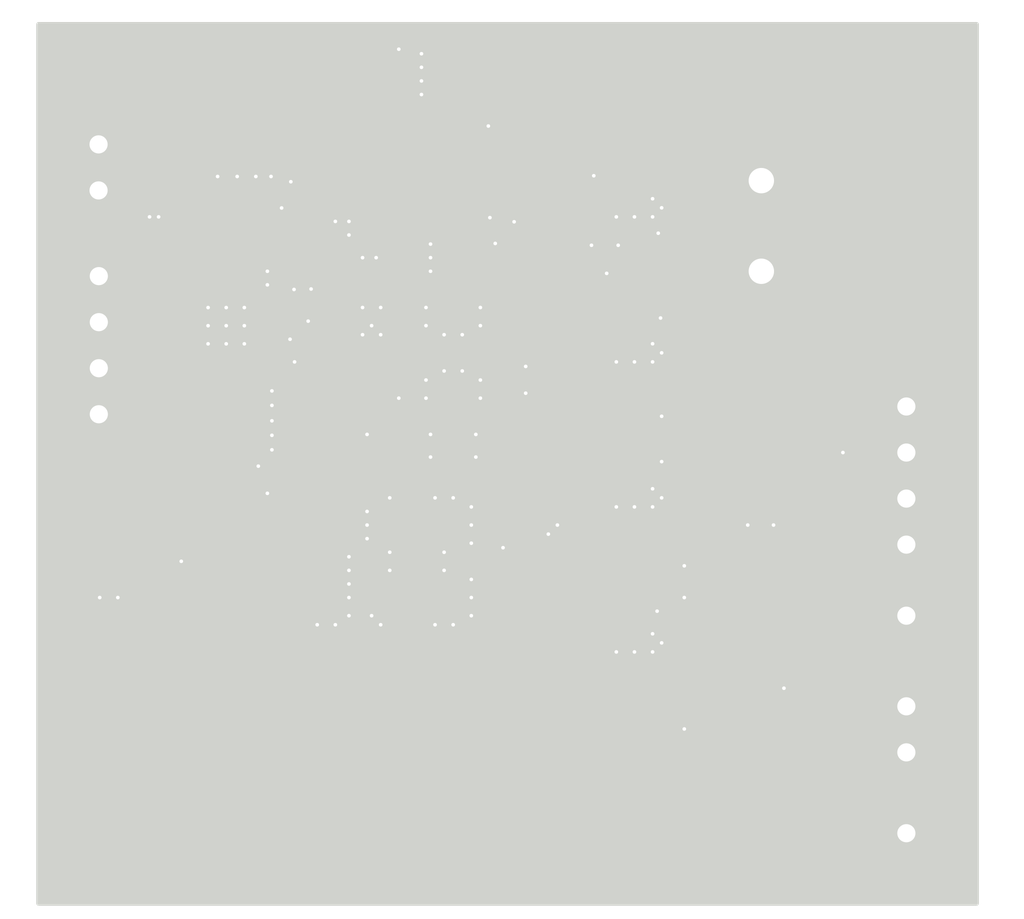
<source format=kicad_pcb>
(kicad_pcb (version 20240108) (generator "pcbnew") (generator_version "8.0")
  (layers (0 "F.Cu" signal) (1 "In1.Cu" signal) (2 "In2.Cu" signal) (31 "B.Cu" signal) (34 "B.Paste" user) (35 "F.Paste" user) (36 "B.SilkS" user "B.Silkscreen") (37 "F.SilkS" user "F.Silkscreen") (38 "B.Mask" user) (39 "F.Mask" user) (44 "Edge.Cuts" user))
  (net 0 "")
  (net 1 "Net-(IC1-5V_OUT)")
  (net 2 "GND")
  (net 3 "VM")
  (net 4 "Net-(IC1-VHS)")
  (net 5 "VCC_IO")
  (net 6 "Net-(D1-A)")
  (net 7 "HB2")
  (net 8 "A1")
  (net 10 "LA1")
  (net 12 "Net-(IC1-DIR)")
  (net 13 "SG_TEST")
  (net 14 "CLK16")
  (net 15 "Net-(IC1-STEP)")
  (net 16 "Net-(IC1-SRB)")
  (net 17 "LB2")
  (net 18 "HB1")
  (net 20 "LA2")
  (net 21 "A2")
  (net 23 "B2")
  (net 24 "Net-(IC1-SRA)")
  (net 26 "B1")
  (net 27 "HA2")
  (net 28 "HA1")
  (net 29 "LB1")
  (net 30 "DRV_EN")
  (net 31 "SRA")
  (net 32 "SRB")
  (footprint "Resistor_SMD:R_0402_1005Metric" (layer "F.Cu") (at 110 100.51 90)
    (property "Reference" "R3")
    (property "Value" "RCA04021K00JNED")
  )
  (footprint "Connector_Phoenix_MSTB:PhoenixContact_MSTBA_2,5_2-G_1x02_P5.00mm_Horizontal" (layer "F.Cu") (at 143 85 90)
    (property "Reference" "P9")
    (property "Value" "VM")
  )
  (footprint "Capacitor_SMD:C_1206_3216Metric" (layer "F.Cu") (at 124 99)
    (property "Reference" "C8")
    (property "Value" "GMJ316BB7106KLHT")
  )
  (footprint "Custom_Library:SOT127P600X175-8N" (layer "F.Cu") (at 133 103 180)
    (property "Reference" "Q3")
    (property "Value" "SI4532CDY-T1-GE3" (hide yes))
  )
  (footprint "Resistor_SMD:R_2512_6332Metric" (layer "F.Cu") (at 116.125 102.25)
    (property "Reference" "R5")
    (property "Value" "VISHAY SHUNT")
  )
  (footprint "Connector_PinHeader_2.54mm:PinHeader_1x02_P2.54mm_Vertical" (layer "F.Cu") (at 106.4375 78)
    (property "Reference" "P8")
    (property "Value" "VCC_IO")
  )
  (footprint "Custom_Library:SOT127P600X175-8N" (layer "F.Cu") (at 133 95 180)
    (property "Reference" "Q4")
    (property "Value" "SI4532CDY-T1-GE3" (hide yes))
  )
  (footprint "Custom_Library:SOT127P600X175-8N" (layer "F.Cu") (at 133 79 180)
    (property "Reference" "Q1")
    (property "Value" "SI4532CDY-T1-GE3" (hide yes))
  )
  (footprint "Connector_PinHeader_2.54mm:PinHeader_1x02_P2.54mm_Vertical" (layer "F.Cu") (at 151 109)
    (property "Reference" "P2")
    (property "Value" "STEP/DIR")
  )
  (footprint "LED_SMD:LED_0805_2012Metric" (layer "F.Cu") (at 107 101 90)
    (property "Reference" "D1")
    (property "Value" "KB_EELP41.12-P1R2-36-3X4X-5-R18")
  )
  (footprint "Capacitor_SMD:C_1206_3216Metric" (layer "F.Cu") (at 126 93 90)
    (property "Reference" "C6")
    (property "Value" "GMJ316BB7106KLHT")
  )
  (footprint "Capacitor_SMD:C_0402_1005Metric" (layer "F.Cu") (at 109.474 83.2104 -90)
    (property "Reference" "C2")
    (property "Value" "CGA2B1X7S1C474K050BE")
  )
  (footprint "Connector_PinHeader_2.54mm:PinHeader_1x04_P2.54mm_Vertical" (layer "F.Cu") (at 106.4514 92.8878 180)
    (property "Reference" "P3")
    (property "Value" "MISC")
  )
  (footprint "Capacitor_SMD:C_0402_1005Metric" (layer "F.Cu") (at 121.4375 85.52 -90)
    (property "Reference" "C4")
    (property "Value" "04025C104MAT2A")
  )
  (footprint "Resistor_SMD:R_0603_1608Metric" (layer "F.Cu") (at 111.6838 76.327 90)
    (property "Reference" "R1")
    (property "Value" "ERJ-3EKF10R0V")
  )
  (footprint "Connector_PinHeader_2.54mm:PinHeader_1x04_P2.54mm_Vertical" (layer "F.Cu") (at 151 92.46)
    (property "Reference" "P10")
    (property "Value" "MAB")
  )
  (footprint "Connector_PinHeader_2.54mm:PinHeader_1x01_P2.54mm_Vertical" (layer "F.Cu") (at 151 116)
    (property "Reference" "P5")
    (property "Value" "Conn_01x01")
  )
  (footprint "Capacitor_SMD:C_0402_1005Metric" (layer "F.Cu") (at 119 83 180)
    (property "Reference" "C3")
    (property "Value" "0402X7R104KT7AT")
  )
  (footprint "Capacitor_SMD:C_0603_1608Metric" (layer "F.Cu") (at 121.4375 90.225 -90)
    (property "Reference" "C1")
    (property "Value" "C0603X224K4RACAUTO")
  )
  (footprint "Capacitor_SMD:C_1206_3216Metric" (layer "F.Cu") (at 124 103)
    (property "Reference" "C7")
    (property "Value" "GMJ316BB7106KLHT")
  )
  (footprint "Connector_PinHeader_2.54mm:PinHeader_1x01_P2.54mm_Vertical" (layer "F.Cu") (at 151 104)
    (property "Reference" "P4")
    (property "Value" "Conn_01x01")
  )
  (footprint "Capacitor_SMD:C_1206_3216Metric" (layer "F.Cu") (at 126 86 -90)
    (property "Reference" "C5")
    (property "Value" "GMJ316BB7106KLHT")
  )
  (footprint "Resistor_SMD:R_0603_1608Metric" (layer "F.Cu") (at 113 98 -90)
    (property "Reference" "R2")
    (property "Value" "ERJ-3EKF10R0V")
  )
  (footprint "Package_DFN_QFN:QFN-32-1EP_5x5mm_P0.5mm_EP3.3x3.3mm_ThermalVias" (layer "F.Cu") (at 113.4792 88.003 -90)
    (property "Reference" "IC1")
    (property "Value" "~")
  )
  (footprint "Custom_Library:SOT127P600X175-8N" (layer "F.Cu") (at 133 87 180)
    (property "Reference" "Q2")
    (property "Value" "SI4532CDY-T1-GE3" (hide yes))
  )
  (footprint "Resistor_SMD:R_2512_6332Metric" (layer "F.Cu") (at 120 74.75)
    (property "Reference" "R4")
    (property "Value" "VISHAY SHUNT")
  )
  (segment (start 109.474 84.6853) (end 111.0417 86.253) (width 0.2) (layer "F.Cu") (net 1))
  (segment (start 109.474 83.6904) (end 109.474 84.6853) (width 0.2) (layer "F.Cu") (net 1))
  (segment (start 111.0417 88.253) (end 112.2292 88.253) (width 0.2) (layer "F.Cu") (net 2))
  (segment (start 142.9 81.75) (end 142.9 81.1) (width 0.254) (layer "F.Cu") (net 2))
  (segment (start 142.9 81.1) (end 143 81) (width 0.254) (layer "F.Cu") (net 2))
  (segment (start 115.9167 88.253) (end 114.7292 88.253) (width 0.2) (layer "F.Cu") (net 2))
  (segment (start 112.2292 88.253) (end 112.4792 88.003) (width 0.2) (layer "F.Cu") (net 2))
  (segment (start 114.7292 88.253) (end 114.4792 88.003) (width 0.2) (layer "F.Cu") (net 2))
  (via (at 121.25 99.75) (size 0.45) (drill 0.2) (layers "F.Cu" "B.Cu") (net 2))
  (via (at 122.5 100.5) (size 0.45) (drill 0.2) (layers "F.Cu" "B.Cu") (net 2))
  (via (at 107.5 103) (size 0.45) (drill 0.2) (layers "F.Cu" "B.Cu") (net 2))
  (via (at 120.25 82.25) (size 0.45) (drill 0.2) (layers "F.Cu" "B.Cu") (net 2))
  (via (at 121.75 84.25) (size 0.45) (drill 0.2) (layers "F.Cu" "B.Cu") (net 2))
  (via (at 124.75 84.25) (size 0.45) (drill 0.2) (layers "F.Cu" "B.Cu") (net 2))
  (via (at 118.5 104.5) (size 0.45) (drill 0.2) (layers "F.Cu" "B.Cu") (net 2))
  (via (at 121 84.25) (size 0.45) (drill 0.2) (layers "F.Cu" "B.Cu") (net 2))
  (via (at 124.25 73.75) (size 0.45) (drill 0.2) (layers "F.Cu" "B.Cu") (net 2))
  (via (at 124.25 75.25) (size 0.45) (drill 0.2) (layers "F.Cu" "B.Cu") (net 2))
  (via (at 124.25 73) (size 0.45) (drill 0.2) (layers "F.Cu" "B.Cu") (net 2))
  (via (at 109.75 82) (size 0.45) (drill 0.2) (layers "F.Cu" "B.Cu") (net 2))
  (via (at 120.25 101.5) (size 0.45) (drill 0.2) (layers "F.Cu" "B.Cu") (net 2))
  (via (at 109.25 82) (size 0.45) (drill 0.2) (layers "F.Cu" "B.Cu") (net 2))
  (via (at 115.75 85) (size 0.45) (drill 0.2) (layers "F.Cu" "B.Cu") (net 2))
  (via (at 124.25 74.5) (size 0.45) (drill 0.2) (layers "F.Cu" "B.Cu") (net 2))
  (via (at 121.5 104) (size 0.45) (drill 0.2) (layers "F.Cu" "B.Cu") (net 2))
  (via (at 124.75 85) (size 0.45) (drill 0.2) (layers "F.Cu" "B.Cu") (net 2))
  (via (at 122 104.5) (size 0.45) (drill 0.2) (layers "F.Cu" "B.Cu") (net 2))
  (via (at 120.25 103) (size 0.45) (drill 0.2) (layers "F.Cu" "B.Cu") (net 2))
  (via (at 120.25 102.25) (size 0.45) (drill 0.2) (layers "F.Cu" "B.Cu") (net 2))
  (via (at 119.5 104.5) (size 0.45) (drill 0.2) (layers "F.Cu" "B.Cu") (net 2))
  (via (at 121.25 98.25) (size 0.45) (drill 0.2) (layers "F.Cu" "B.Cu") (net 2))
  (via (at 123 72.75) (size 0.45) (drill 0.2) (layers "F.Cu" "B.Cu") (net 2))
  (via (at 124.75 94) (size 0.45) (drill 0.2) (layers "F.Cu" "B.Cu") (net 2))
  (via (at 120.25 100.75) (size 0.45) (drill 0.2) (layers "F.Cu" "B.Cu") (net 2))
  (via (at 119.5 82.25) (size 0.45) (drill 0.2) (layers "F.Cu" "B.Cu") (net 2))
  (via (at 122.5 97.5) (size 0.45) (drill 0.2) (layers "F.Cu" "B.Cu") (net 2))
  (via (at 124.75 83.5) (size 0.45) (drill 0.2) (layers "F.Cu" "B.Cu") (net 2))
  (via (at 127.25 95.25) (size 0.45) (drill 0.2) (layers "F.Cu" "B.Cu") (net 2))
  (via (at 106.5 103) (size 0.45) (drill 0.2) (layers "F.Cu" "B.Cu") (net 2))
  (via (at 124.75 95.25) (size 0.45) (drill 0.2) (layers "F.Cu" "B.Cu") (net 2))
  (via (at 120.25 83) (size 0.45) (drill 0.2) (layers "F.Cu" "B.Cu") (net 2))
  (via (at 122.5 101.5) (size 0.45) (drill 0.2) (layers "F.Cu" "B.Cu") (net 2))
  (via (at 127.25 94) (size 0.45) (drill 0.2) (layers "F.Cu" "B.Cu") (net 2))
  (via (at 115.75 85.75) (size 0.45) (drill 0.2) (layers "F.Cu" "B.Cu") (net 2))
  (via (at 120.25 104) (size 0.45) (drill 0.2) (layers "F.Cu" "B.Cu") (net 2))
  (via (at 121.25 99) (size 0.45) (drill 0.2) (layers "F.Cu" "B.Cu") (net 2))
  (via (at 121 88.5) (size 0.45) (drill 0.2) (layers "F.Cu" "B.Cu") (net 3))
  (via (at 135 106) (size 0.45) (drill 0.2) (layers "F.Cu" "B.Cu") (net 3))
  (via (at 137 82) (size 0.45) (drill 0.2) (layers "F.Cu" "B.Cu") (net 3))
  (via (at 135 90) (size 0.45) (drill 0.2) (layers "F.Cu" "B.Cu") (net 3))
  (via (at 136 98) (size 0.45) (drill 0.2) (layers "F.Cu" "B.Cu") (net 3))
  (via (at 137 105) (size 0.45) (drill 0.2) (layers "F.Cu" "B.Cu") (net 3))
  (via (at 124.5 87) (size 0.45) (drill 0.2) (layers "F.Cu" "B.Cu") (net 3))
  (via (at 127 104) (size 0.45) (drill 0.2) (layers "F.Cu" "B.Cu") (net 3))
  (via (at 127 102) (size 0.45) (drill 0.2) (layers "F.Cu" "B.Cu") (net 3))
  (via (at 127.5 88) (size 0.45) (drill 0.2) (layers "F.Cu" "B.Cu") (net 3))
  (via (at 122 87) (size 0.45) (drill 0.2) (layers "F.Cu" "B.Cu") (net 3))
  (via (at 117.25 90) (size 0.45) (drill 0.2) (layers "F.Cu" "B.Cu") (net 3))
  (via (at 126.5 88.5) (size 0.45) (drill 0.2) (layers "F.Cu" "B.Cu") (net 3))
  (via (at 126 97.5) (size 0.45) (drill 0.2) (layers "F.Cu" "B.Cu") (net 3))
  (via (at 126.5 90.5) (size 0.45) (drill 0.2) (layers "F.Cu" "B.Cu") (net 3))
  (via (at 137 89) (size 0.45) (drill 0.2) (layers "F.Cu" "B.Cu") (net 3))
  (via (at 121 87) (size 0.45) (drill 0.2) (layers "F.Cu" "B.Cu") (net 3))
  (via (at 121.5 88) (size 0.45) (drill 0.2) (layers "F.Cu" "B.Cu") (net 3))
  (via (at 136 90) (size 0.45) (drill 0.2) (layers "F.Cu" "B.Cu") (net 3))
  (via (at 127 100) (size 0.45) (drill 0.2) (layers "F.Cu" "B.Cu") (net 3))
  (via (at 127.5 92) (size 0.45) (drill 0.2) (layers "F.Cu" "B.Cu") (net 3))
  (via (at 137.5 97.5) (size 0.45) (drill 0.2) (layers "F.Cu" "B.Cu") (net 3))
  (via (at 137 97) (size 0.45) (drill 0.2) (layers "F.Cu" "B.Cu") (net 3))
  (via (at 137 106) (size 0.45) (drill 0.2) (layers "F.Cu" "B.Cu") (net 3))
  (via (at 127 103) (size 0.45) (drill 0.2) (layers "F.Cu" "B.Cu") (net 3))
  (via (at 125 97.5) (size 0.45) (drill 0.2) (layers "F.Cu" "B.Cu") (net 3))
  (via (at 127 98) (size 0.45) (drill 0.2) (layers "F.Cu" "B.Cu") (net 3))
  (via (at 136 106) (size 0.45) (drill 0.2) (layers "F.Cu" "B.Cu") (net 3))
  (via (at 122 88.5) (size 0.45) (drill 0.2) (layers "F.Cu" "B.Cu") (net 3))
  (via (at 137 81) (size 0.45) (drill 0.2) (layers "F.Cu" "B.Cu") (net 3))
  (via (at 124.5 92) (size 0.45) (drill 0.2) (layers "F.Cu" "B.Cu") (net 3))
  (via (at 135 82) (size 0.45) (drill 0.2) (layers "F.Cu" "B.Cu") (net 3))
  (via (at 125.5 90.5) (size 0.45) (drill 0.2) (layers "F.Cu" "B.Cu") (net 3))
  (via (at 137 98) (size 0.45) (drill 0.2) (layers "F.Cu" "B.Cu") (net 3))
  (via (at 137.5 105.5) (size 0.45) (drill 0.2) (layers "F.Cu" "B.Cu") (net 3))
  (via (at 127.5 91) (size 0.45) (drill 0.2) (layers "F.Cu" "B.Cu") (net 3))
  (via (at 127 99) (size 0.45) (drill 0.2) (layers "F.Cu" "B.Cu") (net 3))
  (via (at 135 98) (size 0.45) (drill 0.2) (layers "F.Cu" "B.Cu") (net 3))
  (via (at 126 104.5) (size 0.45) (drill 0.2) (layers "F.Cu" "B.Cu") (net 3))
  (via (at 125 104.5) (size 0.45) (drill 0.2) (layers "F.Cu" "B.Cu") (net 3))
  (via (at 127.5 87) (size 0.45) (drill 0.2) (layers "F.Cu" "B.Cu") (net 3))
  (via (at 124.5 88) (size 0.45) (drill 0.2) (layers "F.Cu" "B.Cu") (net 3))
  (via (at 125.5 101.5) (size 0.45) (drill 0.2) (layers "F.Cu" "B.Cu") (net 3))
  (via (at 124.5 91) (size 0.45) (drill 0.2) (layers "F.Cu" "B.Cu") (net 3))
  (via (at 125.5 100.5) (size 0.45) (drill 0.2) (layers "F.Cu" "B.Cu") (net 3))
  (via (at 137 90) (size 0.45) (drill 0.2) (layers "F.Cu" "B.Cu") (net 3))
  (via (at 125.5 88.5) (size 0.45) (drill 0.2) (layers "F.Cu" "B.Cu") (net 3))
  (via (at 137.5 89.5) (size 0.45) (drill 0.2) (layers "F.Cu" "B.Cu") (net 3))
  (via (at 137.5 81.5) (size 0.45) (drill 0.2) (layers "F.Cu" "B.Cu") (net 3))
  (via (at 136 82) (size 0.45) (drill 0.2) (layers "F.Cu" "B.Cu") (net 3))
  (segment (start 115.7887 91) (end 121.4375 91) (width 0.2) (layer "F.Cu") (net 4))
  (segment (start 115.2292 90.4405) (end 115.7887 91) (width 0.2) (layer "F.Cu") (net 4))
  (segment (start 120.5 92) (end 123 92) (width 0.2) (layer "F.Cu") (net 5))
  (segment (start 118.52 85.5762) (end 118.52 83) (width 0.2) (layer "F.Cu") (net 5))
  (segment (start 115.9167 87.753) (end 117.1488 87.753) (width 0.2) (layer "F.Cu") (net 5))
  (segment (start 117.1518 87.75) (end 117.1488 87.753) (width 0.2) (layer "F.Cu") (net 5))
  (segment (start 115.25 95.75) (end 116.75 95.75) (width 0.2) (layer "F.Cu") (net 5))
  (segment (start 110 101.02) (end 110.98 101.02) (width 0.2) (layer "F.Cu") (net 5))
  (segment (start 118.52 83) (end 117.0286 81.5086) (width 0.2) (layer "F.Cu") (net 5))
  (segment (start 116.75 95.75) (end 120.5 92) (width 0.2) (layer "F.Cu") (net 5))
  (segment (start 118.9228 85.979) (end 118.52 85.5762) (width 0.2) (layer "F.Cu") (net 5))
  (segment (start 117.1488 87.753) (end 118.9228 85.979) (width 0.2) (layer "F.Cu") (net 5))
  (segment (start 110.98 101.02) (end 111 101) (width 0.2) (layer "F.Cu") (net 5))
  (segment (start 118 87.75) (end 117.1518 87.75) (width 0.2) (layer "F.Cu") (net 5))
  (segment (start 117.0286 81.5086) (end 116.5352 81.5086) (width 0.2) (layer "F.Cu") (net 5))
  (via (at 116.5352 81.5086) (size 0.45) (drill 0.2) (layers "F.Cu" "B.Cu") (net 5))
  (via (at 123 92) (size 0.45) (drill 0.2) (layers "F.Cu" "B.Cu") (net 5))
  (via (at 111 101) (size 0.45) (drill 0.2) (layers "F.Cu" "B.Cu") (net 5))
  (via (at 118 87.75) (size 0.45) (drill 0.2) (layers "F.Cu" "B.Cu") (net 5))
  (via (at 115.25 95.75) (size 0.45) (drill 0.2) (layers "F.Cu" "B.Cu") (net 5))
  (segment (start 118.75 87.75) (end 118 87.75) (width 0.2) (layer "B.Cu") (net 5))
  (segment (start 111.5 100.5) (end 111.5 95.75) (width 0.2) (layer "B.Cu") (net 5))
  (segment (start 111 101) (end 111.5 100.5) (width 0.2) (layer "B.Cu") (net 5))
  (segment (start 116.5352 81.5086) (end 113.5126 81.5086) (width 0.2) (layer "B.Cu") (net 5))
  (segment (start 106.4375 78) (end 109.96 78) (width 0.2) (layer "B.Cu") (net 5))
  (segment (start 123 92) (end 118.75 87.75) (width 0.2) (layer "B.Cu") (net 5))
  (segment (start 111.5 95.75) (end 115.25 95.75) (width 0.2) (layer "B.Cu") (net 5))
  (segment (start 109.96 78) (end 109.982 77.978) (width 0.2) (layer "B.Cu") (net 5))
  (segment (start 113.5126 81.5086) (end 109.982 77.978) (width 0.2) (layer "B.Cu") (net 5))
  (segment (start 109.9375 100.0625) (end 110 100) (width 0.2) (layer "F.Cu") (net 6))
  (segment (start 107 100.0625) (end 109.9375 100.0625) (width 0.2) (layer "F.Cu") (net 6))
  (segment (start 135.815 103.75) (end 135.7 103.635) (width 0.2) (layer "F.Cu") (net 7))
  (segment (start 137.25 103.75) (end 135.815 103.75) (width 0.2) (layer "F.Cu") (net 7))
  (segment (start 115.671131 92.400003) (end 116 92.400003) (width 0.2) (layer "F.Cu") (net 7))
  (segment (start 114.2292 90.958072) (end 115.671131 92.400003) (width 0.2) (layer "F.Cu") (net 7))
  (segment (start 114.2292 90.4405) (end 114.2292 90.958072) (width 0.2) (layer "F.Cu") (net 7))
  (via (at 137.25 103.75) (size 0.45) (drill 0.2) (layers "F.Cu" "B.Cu") (net 7))
  (via (at 116 92.400003) (size 0.45) (drill 0.2) (layers "F.Cu" "B.Cu") (net 7))
  (segment (start 132.5 98.75) (end 133 99.25) (width 0.2) (layer "B.Cu") (net 7))
  (segment (start 121.400003 92.400003) (end 123.25 94.25) (width 0.2) (layer "B.Cu") (net 7))
  (segment (start 133 99.25) (end 137.25 99.25) (width 0.2) (layer "B.Cu") (net 7))
  (segment (start 124 96) (end 129.75 96) (width 0.2) (layer "B.Cu") (net 7))
  (segment (start 137.25 99.25) (end 137.25 103.75) (width 0.2) (layer "B.Cu") (net 7))
  (segment (start 124 95) (end 124 96) (width 0.2) (layer "B.Cu") (net 7))
  (segment (start 116 92.400003) (end 121.400003 92.400003) (width 0.2) (layer "B.Cu") (net 7))
  (segment (start 129.75 96) (end 132.5 98.75) (width 0.2) (layer "B.Cu") (net 7))
  (segment (start 123.25 94.25) (end 124 95) (width 0.2) (layer "B.Cu") (net 7))
  (segment (start 128.8796 87.6554) (end 128.8796 88.9254) (width 0.2) (layer "F.Cu") (net 8))
  (segment (start 113.2292 80.627065) (end 114.084465 79.7718) (width 0.2) (layer "F.Cu") (net 8))
  (segment (start 128.778 86.2584) (end 128.778 87.5538) (width 0.2) (layer "F.Cu") (net 8))
  (segment (start 128.7984 85.095) (end 130.3 85.095) (width 0.2) (layer "F.Cu") (net 8))
  (segment (start 128.8796 88.9254) (end 128.9 88.905) (width 0.2) (layer "F.Cu") (net 8))
  (segment (start 128.778 85.1154) (end 128.778 86.2584) (width 0.2) (layer "F.Cu") (net 8))
  (segment (start 128.8592 87.635) (end 130.3 87.635) (width 0.2) (layer "F.Cu") (net 8))
  (segment (start 128.8846 86.365) (end 130.3 86.365) (width 0.2) (layer "F.Cu") (net 8))
  (segment (start 113.2292 85.5655) (end 113.2292 80.627065) (width 0.2) (layer "F.Cu") (net 8))
  (segment (start 128.3208 83.4644) (end 128.3208 84.6582) (width 0.2) (layer "F.Cu") (net 8))
  (segment (start 128.3208 84.6582) (end 128.778 85.1154) (width 0.2) (layer "F.Cu") (net 8))
  (segment (start 128.8796 88.9254) (end 128.8796 89.1296) (width 0.2) (layer "F.Cu") (net 8))
  (segment (start 128.8796 89.1296) (end 130 90.25) (width 0.2) (layer "F.Cu") (net 8))
  (segment (start 130 91.725) (end 144.159314 91.725) (width 0.2) (layer "F.Cu") (net 8))
  (segment (start 144.159314 91.725) (end 147.434314 95) (width 0.2) (layer "F.Cu") (net 8))
  (segment (start 128.9 88.905) (end 130.3 88.905) (width 0.2) (layer "F.Cu") (net 8))
  (segment (start 147.434314 95) (end 147.5 95) (width 0.2) (layer "F.Cu") (net 8))
  (segment (start 128.778 85.1154) (end 128.7984 85.095) (width 0.2) (layer "F.Cu") (net 8))
  (segment (start 128.778 86.2584) (end 128.8846 86.365) (width 0.2) (layer "F.Cu") (net 8))
  (segment (start 128.778 87.5538) (end 128.8592 87.635) (width 0.2) (layer "F.Cu") (net 8))
  (segment (start 128.8592 87.635) (end 128.8796 87.6554) (width 0.2) (layer "F.Cu") (net 8))
  (via (at 130 90.25) (size 0.45) (drill 0.2) (layers "F.Cu" "B.Cu") (net 8))
  (via (at 114.084465 79.7718) (size 0.45) (drill 0.2) (layers "F.Cu" "B.Cu") (net 8))
  (via (at 147.5 95) (size 0.45) (drill 0.2) (layers "F.Cu" "B.Cu") (net 8))
  (via (at 128.3208 83.4644) (size 0.45) (drill 0.2) (layers "F.Cu" "B.Cu") (net 8))
  (via (at 130 91.725) (size 0.45) (drill 0.2) (layers "F.Cu" "B.Cu") (net 8))
  (segment (start 130 90.25) (end 130 91.725) (width 0.2) (layer "B.Cu") (net 8))
  (segment (start 118.189665 75.6666) (end 128.6256 75.6666) (width 0.2) (layer "B.Cu") (net 8))
  (segment (start 147.5 95) (end 151 95) (width 0.2) (layer "B.Cu") (net 8))
  (segment (start 128.6256 83.1596) (end 128.3208 83.4644) (width 0.2) (layer "B.Cu") (net 8))
  (segment (start 128.6256 75.6666) (end 128.6256 83.1596) (width 0.2) (layer "B.Cu") (net 8))
  (segment (start 114.084465 79.7718) (end 118.189665 75.6666) (width 0.2) (layer "B.Cu") (net 8))
  (segment (start 112.7292 85.5655) (end 112.7292 80.0472) (width 0.2) (layer "F.Cu") (net 10))
  (segment (start 135.6796 85.1154) (end 135.7 85.095) (width 0.2) (layer "F.Cu") (net 10))
  (segment (start 112.7292 80.0472) (end 113.0046 79.7718) (width 0.2) (layer "F.Cu") (net 10))
  (segment (start 134.4676 85.1154) (end 135.6796 85.1154) (width 0.2) (layer "F.Cu") (net 10))
  (via (at 134.4676 85.1154) (size 0.45) (drill 0.2) (layers "F.Cu" "B.Cu") (net 10))
  (via (at 113.0046 79.7718) (size 0.45) (drill 0.2) (layers "F.Cu" "B.Cu") (net 10))
  (segment (start 134.8486 74.9808) (end 134.4 75.4294) (width 0.2) (layer "B.Cu") (net 10))
  (segment (start 113.0046 79.7718) (end 117.7956 74.9808) (width 0.2) (layer "B.Cu") (net 10))
  (segment (start 117.7956 74.9808) (end 134.8486 74.9808) (width 0.2) (layer "B.Cu") (net 10))
  (segment (start 134.4 75.4294) (end 134.4 85.0478) (width 0.2) (layer "B.Cu") (net 10))
  (segment (start 134.4 85.0478) (end 134.4676 85.1154) (width 0.2) (layer "B.Cu") (net 10))
  (segment (start 115.9167 87.253) (end 116.8868 87.253) (width 0.2) (layer "F.Cu") (net 12))
  (segment (start 116.8868 87.253) (end 118.1608 85.979) (width 0.2) (layer "F.Cu") (net 12))
  (segment (start 145.2458 109) (end 151 109) (width 0.2) (layer "F.Cu") (net 12))
  (segment (start 144.2466 108.0008) (end 145.2458 109) (width 0.2) (layer "F.Cu") (net 12))
  (via (at 144.2466 108.0008) (size 0.45) (drill 0.2) (layers "F.Cu" "B.Cu") (net 12))
  (via (at 118.1608 85.979) (size 0.45) (drill 0.2) (layers "F.Cu" "B.Cu") (net 12))
  (segment (start 142.3924 91.7448) (end 144.272 93.6244) (width 0.2) (layer "B.Cu") (net 12))
  (segment (start 133.1468 85.3948) (end 133.2738 85.5218) (width 0.2) (layer "B.Cu") (net 12))
  (segment (start 144.272 107.9754) (end 144.2466 108.0008) (width 0.2) (layer "B.Cu") (net 12))
  (segment (start 118.1608 80.423286) (end 120.120043 78.464043) (width 0.2) (layer "B.Cu") (net 12))
  (segment (start 124.768243 78.464043) (end 125.7554 79.4512) (width 0.2) (layer "B.Cu") (net 12))
  (segment (start 133.2738 85.5218) (end 133.2738 91.7448) (width 0.2) (layer "B.Cu") (net 12))
  (segment (start 120.120043 78.464043) (end 124.768243 78.464043) (width 0.2) (layer "B.Cu") (net 12))
  (segment (start 125.7554 84.4296) (end 126.7206 85.3948) (width 0.2) (layer "B.Cu") (net 12))
  (segment (start 125.7554 79.4512) (end 125.7554 84.4296) (width 0.2) (layer "B.Cu") (net 12))
  (segment (start 144.272 93.6244) (end 144.272 107.9754) (width 0.2) (layer "B.Cu") (net 12))
  (segment (start 126.7206 85.3948) (end 133.1468 85.3948) (width 0.2) (layer "B.Cu") (net 12))
  (segment (start 133.2738 91.7448) (end 142.3924 91.7448) (width 0.2) (layer "B.Cu") (net 12))
  (segment (start 118.1608 85.979) (end 118.1608 80.423286) (width 0.2) (layer "B.Cu") (net 12))
  (segment (start 116.997 88.753) (end 117 88.75) (width 0.2) (layer "F.Cu") (net 13))
  (segment (start 115.9167 88.753) (end 116.997 88.753) (width 0.2) (layer "F.Cu") (net 13))
  (via (at 117 88.75) (size 0.45) (drill 0.2) (layers "F.Cu" "B.Cu") (net 13))
  (segment (start 113.3622 92.8878) (end 106.4514 92.8878) (width 0.2) (layer "B.Cu") (net 13))
  (segment (start 117 88.75) (end 117 89.25) (width 0.2) (layer "B.Cu") (net 13))
  (segment (start 117 89.25) (end 113.3622 92.8878) (width 0.2) (layer "B.Cu") (net 13))
  (segment (start 111.0417 89.753) (end 107.0462 89.753) (width 0.2) (layer "F.Cu") (net 14))
  (segment (start 107.0462 89.753) (end 106.4514 90.3478) (width 0.2) (layer "F.Cu") (net 14))
  (segment (start 115.9167 86.753) (end 116.4724 86.753) (width 0.2) (layer "F.Cu") (net 15))
  (segment (start 116.4724 86.753) (end 117.221 86.0044) (width 0.2) (layer "F.Cu") (net 15))
  (via (at 117.221 86.0044) (size 0.45) (drill 0.2) (layers "F.Cu" "B.Cu") (net 15))
  (segment (start 126.2126 83.7946) (end 127.0762 84.6582) (width 0.2) (layer "B.Cu") (net 15))
  (segment (start 117.221 86.0044) (end 117.7544 85.471) (width 0.2) (layer "B.Cu") (net 15))
  (segment (start 117.7544 85.471) (end 117.7544 80.264) (width 0.2) (layer "B.Cu") (net 15))
  (segment (start 133.2992 84.6582) (end 133.8326 85.1916) (width 0.2) (layer "B.Cu") (net 15))
  (segment (start 117.7544 80.264) (end 120.1484 77.87) (width 0.2) (layer "B.Cu") (net 15))
  (segment (start 144.9578 93.345) (end 144.9578 108.4072) (width 0.2) (layer "B.Cu") (net 15))
  (segment (start 133.8326 91.1606) (end 142.7734 91.1606) (width 0.2) (layer "B.Cu") (net 15))
  (segment (start 148.0906 111.54) (end 151 111.54) (width 0.2) (layer "B.Cu") (net 15))
  (segment (start 124.9616 77.87) (end 126.2126 79.121) (width 0.2) (layer "B.Cu") (net 15))
  (segment (start 127.0762 84.6582) (end 133.2992 84.6582) (width 0.2) (layer "B.Cu") (net 15))
  (segment (start 142.7734 91.1606) (end 144.9578 93.345) (width 0.2) (layer "B.Cu") (net 15))
  (segment (start 120.1484 77.87) (end 124.9616 77.87) (width 0.2) (layer "B.Cu") (net 15))
  (segment (start 144.9578 108.4072) (end 148.0906 111.54) (width 0.2) (layer "B.Cu") (net 15))
  (segment (start 133.8326 85.1916) (end 133.8326 91.1606) (width 0.2) (layer "B.Cu") (net 15))
  (segment (start 126.2126 79.121) (end 126.2126 83.7946) (width 0.2) (layer "B.Cu") (net 15))
  (segment (start 111.7292 90.4405) (end 110.25 91.9197) (width 0.2) (layer "F.Cu") (net 16))
  (segment (start 110.25 95.25) (end 112.175 97.175) (width 0.2) (layer "F.Cu") (net 16))
  (segment (start 112.175 97.175) (end 113 97.175) (width 0.2) (layer "F.Cu") (net 16))
  (segment (start 110.25 91.9197) (end 110.25 95.25) (width 0.2) (layer "F.Cu") (net 16))
  (segment (start 112.2292 90.4405) (end 112.2292 93.7292) (width 0.2) (layer "F.Cu") (net 17))
  (segment (start 112.2292 93.7292) (end 115.75 97.25) (width 0.2) (layer "F.Cu") (net 17))
  (segment (start 138.75 101.25) (end 138.595 101.095) (width 0.2) (layer "F.Cu") (net 17))
  (segment (start 138.595 101.095) (end 135.7 101.095) (width 0.2) (layer "F.Cu") (net 17))
  (segment (start 138.75 110.25) (end 138.75 103) (width 0.2) (layer "F.Cu") (net 17))
  (via (at 138.75 101.25) (size 0.45) (drill 0.2) (layers "F.Cu" "B.Cu") (net 17))
  (via (at 138.75 103) (size 0.45) (drill 0.2) (layers "F.Cu" "B.Cu") (net 17))
  (via (at 115.75 97.25) (size 0.45) (drill 0.2) (layers "F.Cu" "B.Cu") (net 17))
  (via (at 138.75 110.25) (size 0.45) (drill 0.2) (layers "F.Cu" "B.Cu") (net 17))
  (segment (start 128.75 110.25) (end 138.75 110.25) (width 0.2) (layer "B.Cu") (net 17))
  (segment (start 138.75 103) (end 138.75 101.25) (width 0.2) (layer "B.Cu") (net 17))
  (segment (start 115.75 97.25) (end 128.75 110.25) (width 0.2) (layer "B.Cu") (net 17))
  (segment (start 137.5 95.5) (end 135.835 95.5) (width 0.2) (layer "F.Cu") (net 18))
  (segment (start 114.7292 90.892386) (end 115.436814 91.6) (width 0.2) (layer "F.Cu") (net 18))
  (segment (start 115.436814 91.6) (end 116 91.6) (width 0.2) (layer "F.Cu") (net 18))
  (segment (start 114.7292 90.4405) (end 114.7292 90.892386) (width 0.2) (layer "F.Cu") (net 18))
  (segment (start 135.835 95.5) (end 135.7 95.635) (width 0.2) (layer "F.Cu") (net 18))
  (via (at 116 91.6) (size 0.45) (drill 0.2) (layers "F.Cu" "B.Cu") (net 18))
  (via (at 137.5 95.5) (size 0.45) (drill 0.2) (layers "F.Cu" "B.Cu") (net 18))
  (segment (start 116 91.6) (end 121.35 91.6) (width 0.2) (layer "B.Cu") (net 18))
  (segment (start 134.25 92.25) (end 137.5 95.5) (width 0.2) (layer "B.Cu") (net 18))
  (segment (start 128 93.25) (end 128.25 93) (width 0.2) (layer "B.Cu") (net 18))
  (segment (start 128.25 92.25) (end 134.25 92.25) (width 0.2) (layer "B.Cu") (net 18))
  (segment (start 121.35 91.6) (end 123 93.25) (width 0.2) (layer "B.Cu") (net 18))
  (segment (start 123 93.25) (end 128 93.25) (width 0.2) (layer "B.Cu") (net 18))
  (segment (start 128.25 93) (end 128.25 92.25) (width 0.2) (layer "B.Cu") (net 18))
  (segment (start 112.2172 85.5535) (end 112.2292 85.5655) (width 0.2) (layer "F.Cu") (net 20))
  (segment (start 125 76) (end 125 79.1718) (width 0.2) (layer "F.Cu") (net 20))
  (segment (start 125 79.1718) (end 112.292 79.1718) (width 0.2) (layer "F.Cu") (net 20))
  (segment (start 112.2172 79.2466) (end 112.2172 85.5535) (width 0.2) (layer "F.Cu") (net 20))
  (segment (start 135.7 76.7) (end 135 76) (width 0.2) (layer "F.Cu") (net 20))
  (segment (start 112.292 79.1718) (end 112.2172 79.2466) (width 0.2) (layer "F.Cu") (net 20))
  (segment (start 135.7 77.095) (end 135.7 76.7) (width 0.2) (layer "F.Cu") (net 20))
  (segment (start 135 76) (end 125 76) (width 0.2) (layer "F.Cu") (net 20))
  (segment (start 132.213 80.905) (end 134.1374 82.8294) (width 0.2) (layer "F.Cu") (net 21))
  (segment (start 137.2418 82.8294) (end 137.3124 82.9) (width 0.2) (layer "F.Cu") (net 21))
  (segment (start 129.165 79.635) (end 129.165 80.8542) (width 0.2) (layer "F.Cu") (net 21))
  (segment (start 129.159 79.629) (end 129.165 79.635) (width 0.2) (layer "F.Cu") (net 21))
  (segment (start 129.1784 78.365) (end 130.3 78.365) (width 0.2) (layer "F.Cu") (net 21))
  (segment (start 113.7292 81.1554) (end 115.1128 79.7718) (width 0.2) (layer "F.Cu") (net 21))
  (segment (start 128.0474 77.095) (end 129.1844 77.095) (width 0.2) (layer "F.Cu") (net 21))
  (segment (start 129.1844 78.359) (end 129.1784 78.365) (width 0.2) (layer "F.Cu") (net 21))
  (segment (start 129.165 80.8542) (end 129.2158 80.905) (width 0.2) (layer "F.Cu") (net 21))
  (segment (start 129.1784 78.365) (end 129.1784 79.6096) (width 0.2) (layer "F.Cu") (net 21))
  (segment (start 129.2158 80.905) (end 130.3 80.905) (width 0.2) (layer "F.Cu") (net 21))
  (segment (start 129.1844 77.095) (end 130.3 77.095) (width 0.2) (layer "F.Cu") (net 21))
  (segment (start 113.7292 85.5655) (end 113.7292 81.1554) (width 0.2) (layer "F.Cu") (net 21))
  (segment (start 129.165 79.635) (end 130.3 79.635) (width 0.2) (layer "F.Cu") (net 21))
  (segment (start 129.1844 77.095) (end 129.1844 78.359) (width 0.2) (layer "F.Cu") (net 21))
  (segment (start 130.3 80.905) (end 132.213 80.905) (width 0.2) (layer "F.Cu") (net 21))
  (segment (start 127.9398 76.9874) (end 128.0474 77.095) (width 0.2) (layer "F.Cu") (net 21))
  (segment (start 129.1784 79.6096) (end 129.159 79.629) (width 0.2) (layer "F.Cu") (net 21))
  (segment (start 134.1374 82.8294) (end 137.2418 82.8294) (width 0.2) (layer "F.Cu") (net 21))
  (via (at 137.3124 82.9) (size 0.45) (drill 0.2) (layers "F.Cu" "B.Cu") (net 21))
  (via (at 127.9398 76.9874) (size 0.45) (drill 0.2) (layers "F.Cu" "B.Cu") (net 21))
  (via (at 115.1128 79.7718) (size 0.45) (drill 0.2) (layers "F.Cu" "B.Cu") (net 21))
  (segment (start 137.3124 83.360929) (end 146.509071 92.5576) (width 0.2) (layer "B.Cu") (net 21))
  (segment (start 148.967 92.46) (end 148.8694 92.5576) (width 0.2) (layer "B.Cu") (net 21))
  (segment (start 119.1514 76.0666) (end 127.019 76.0666) (width 0.2) (layer "B.Cu") (net 21))
  (segment (start 118.6752 76.0666) (end 119.1514 76.0666) (width 0.2) (layer "B.Cu") (net 21))
  (segment (start 115.1128 79.7718) (end 115.1128 79.629) (width 0.2) (layer "B.Cu") (net 21))
  (segment (start 137.3124 82.9) (end 137.3124 83.360929) (width 0.2) (layer "B.Cu") (net 21))
  (segment (start 115.1128 79.629) (end 118.6752 76.0666) (width 0.2) (layer "B.Cu") (net 21))
  (segment (start 146.509071 92.5576) (end 148.8694 92.5576) (width 0.2) (layer "B.Cu") (net 21))
  (segment (start 151 92.46) (end 148.967 92.46) (width 0.2) (layer "B.Cu") (net 21))
  (segment (start 127.019 76.0666) (end 127.9398 76.9874) (width 0.2) (layer "B.Cu") (net 21))
  (segment (start 130.185 102.25) (end 130.3 102.365) (width 0.2) (layer "F.Cu") (net 23))
  (segment (start 143.672 99) (end 149.92 99) (width 0.2) (layer "F.Cu") (net 23))
  (segment (start 149.92 99) (end 151 100.08) (width 0.2) (layer "F.Cu") (net 23))
  (segment (start 128.75 100.25) (end 128.75 101) (width 0.2) (layer "F.Cu") (net 23))
  (segment (start 128.75 101) (end 129.25 101) (width 0.2) (layer "F.Cu") (net 23))
  (segment (start 128.75 102.25) (end 128.75 103.5) (width 0.2) (layer "F.Cu") (net 23))
  (segment (start 128.75 101) (end 128.75 102.25) (width 0.2) (layer "F.Cu") (net 23))
  (segment (start 128.75 103.5) (end 128.885 103.635) (width 0.2) (layer "F.Cu") (net 23))
  (segment (start 113.7292 91.023758) (end 115.955442 93.25) (width 0.2) (layer "F.Cu") (net 23))
  (segment (start 128.885 103.635) (end 128.75 103.77) (width 0.2) (layer "F.Cu") (net 23))
  (segment (start 129.345 101.095) (end 130.3 101.095) (width 0.2) (layer "F.Cu") (net 23))
  (segment (start 128.75 102.25) (end 130.185 102.25) (width 0.2) (layer "F.Cu") (net 23))
  (segment (start 115.955442 93.25) (end 116 93.25) (width 0.2) (layer "F.Cu") (net 23))
  (segment (start 128.75 103.77) (end 128.75 104.75) (width 0.2) (layer "F.Cu") (net 23))
  (segment (start 129.25 101) (end 129.345 101.095) (width 0.2) (layer "F.Cu") (net 23))
  (segment (start 128.75 104.75) (end 128.905 104.905) (width 0.2) (layer "F.Cu") (net 23))
  (segment (start 128.905 104.905) (end 130.3 104.905) (width 0.2) (layer "F.Cu") (net 23))
  (segment (start 113.7292 90.4405) (end 113.7292 91.023758) (width 0.2) (layer "F.Cu") (net 23))
  (segment (start 128.885 103.635) (end 130.3 103.635) (width 0.2) (layer "F.Cu") (net 23))
  (segment (start 131.75 99) (end 142.25 99) (width 0.2) (layer "F.Cu") (net 23))
  (via (at 131.25 99.5) (size 0.45) (drill 0.2) (layers "F.Cu" "B.Cu") (net 23))
  (via (at 116 93.25) (size 0.45) (drill 0.2) (layers "F.Cu" "B.Cu") (net 23))
  (via (at 143.672 99) (size 0.45) (drill 0.2) (layers "F.Cu" "B.Cu") (net 23))
  (via (at 131.75 99) (size 0.45) (drill 0.2) (layers "F.Cu" "B.Cu") (net 23))
  (via (at 128.75 100.25) (size 0.45) (drill 0.2) (layers "F.Cu" "B.Cu") (net 23))
  (via (at 142.25 99) (size 0.45) (drill 0.2) (layers "F.Cu" "B.Cu") (net 23))
  (segment (start 130.25 100.25) (end 130.5 100.25) (width 0.2) (layer "B.Cu") (net 23))
  (segment (start 142.25 99) (end 143.672 99) (width 0.2) (layer "B.Cu") (net 23))
  (segment (start 123.5 95.25) (end 123.5 96.25) (width 0.2) (layer "B.Cu") (net 23))
  (segment (start 121.5 93.25) (end 123.5 95.25) (width 0.2) (layer "B.Cu") (net 23))
  (segment (start 126 96.4) (end 129.15 96.4) (width 0.2) (layer "B.Cu") (net 23))
  (segment (start 130.5 100.25) (end 131.25 99.5) (width 0.2) (layer "B.Cu") (net 23))
  (segment (start 123.65 96.4) (end 126 96.4) (width 0.2) (layer "B.Cu") (net 23))
  (segment (start 130.25 100.25) (end 128.75 100.25) (width 0.2) (layer "B.Cu") (net 23))
  (segment (start 131.25 99.5) (end 131.75 99) (width 0.2) (layer "B.Cu") (net 23))
  (segment (start 123.5 96.25) (end 123.65 96.4) (width 0.2) (layer "B.Cu") (net 23))
  (segment (start 130.25 97.5) (end 130.25 100.25) (width 0.2) (layer "B.Cu") (net 23))
  (segment (start 116 93.25) (end 121.5 93.25) (width 0.2) (layer "B.Cu") (net 23))
  (segment (start 129.15 96.4) (end 130.25 97.5) (width 0.2) (layer "B.Cu") (net 23))
  (segment (start 111.6838 85.5201) (end 111.7292 85.5655) (width 0.2) (layer "F.Cu") (net 24))
  (segment (start 111.6838 77.152) (end 111.6838 85.5201) (width 0.2) (layer "F.Cu") (net 24))
  (segment (start 121.25 94) (end 122 93.25) (width 0.2) (layer "F.Cu") (net 26))
  (segment (start 113.2292 90.4405) (end 113.2292 91.327729) (width 0.2) (layer "F.Cu") (net 26))
  (segment (start 129 97) (end 129.095 96.905) (width 0.2) (layer "F.Cu") (net 26))
  (segment (start 113.2292 91.327729) (end 115.951474 94.050003) (width 0.2) (layer "F.Cu") (net 26))
  (segment (start 128.5 95.75) (end 128.5 97) (width 0.2) (layer "F.Cu") (net 26))
  (segment (start 128.5 94.5) (end 128.5 95.75) (width 0.2) (layer "F.Cu") (net 26))
  (segment (start 144 91) (end 145.25 92.25) (width 0.2) (layer "F.Cu") (net 26))
  (segment (start 115.951474 94.050003) (end 116 94.050003) (width 0.2) (layer "F.Cu") (net 26))
  (segment (start 128.5 95.75) (end 129 95.75) (width 0.2) (layer "F.Cu") (net 26))
  (segment (start 122 93.25) (end 128.5 93.25) (width 0.2) (layer "F.Cu") (net 26))
  (segment (start 128.5 97) (end 129 97) (width 0.2) (layer "F.Cu") (net 26))
  (segment (start 129.095 96.905) (end 130.3 96.905) (width 0.2) (layer "F.Cu") (net 26))
  (segment (start 128.5 93.25) (end 128.655 93.095) (width 0.2) (layer "F.Cu") (net 26))
  (segment (start 128.75 94.5) (end 128.885 94.365) (width 0.2) (layer "F.Cu") (net 26))
  (segment (start 128.5 93.25) (end 128.5 94.5) (width 0.2) (layer "F.Cu") (net 26))
  (segment (start 128.655 93.095) (end 130.3 93.095) (width 0.2) (layer "F.Cu") (net 26))
  (segment (start 145.71 92.25) (end 151 97.54) (width 0.2) (layer "F.Cu") (net 26))
  (segment (start 129 92.75) (end 129 91) (width 0.2) (layer "F.Cu") (net 26))
  (segment (start 128.5 94.5) (end 128.75 94.5) (width 0.2) (layer "F.Cu") (net 26))
  (segment (start 145.25 92.25) (end 145.71 92.25) (width 0.2) (layer "F.Cu") (net 26))
  (segment (start 129 91) (end 144 91) (width 0.2) (layer "F.Cu") (net 26))
  (segment (start 129.115 95.635) (end 130.3 95.635) (width 0.2) (layer "F.Cu") (net 26))
  (segment (start 128.655 93.095) (end 129 92.75) (width 0.2) (layer "F.Cu") (net 26))
  (segment (start 129 95.75) (end 129.115 95.635) (width 0.2) (layer "F.Cu") (net 26))
  (segment (start 128.885 94.365) (end 130.3 94.365) (width 0.2) (layer "F.Cu") (net 26))
  (via (at 116 94.050003) (size 0.45) (drill 0.2) (layers "F.Cu" "B.Cu") (net 26))
  (via (at 121.25 94) (size 0.45) (drill 0.2) (layers "F.Cu" "B.Cu") (net 26))
  (segment (start 121.199997 94.050003) (end 121.25 94) (width 0.2) (layer "B.Cu") (net 26))
  (segment (start 116 94.050003) (end 121.199997 94.050003) (width 0.2) (layer "B.Cu") (net 26))
  (segment (start 128.0256 82.042) (end 129.1336 82.042) (width 0.2) (layer "F.Cu") (net 27))
  (segment (start 115.951 79.782129) (end 115.951 79.7718) (width 0.2) (layer "F.Cu") (net 27))
  (segment (start 114.2292 81.503929) (end 115.951 79.782129) (width 0.2) (layer "F.Cu") (net 27))
  (segment (start 135.6044 79.7306) (end 135.7 79.635) (width 0.2) (layer "F.Cu") (net 27))
  (segment (start 129.1336 82.042) (end 129.3622 82.2706) (width 0.2) (layer "F.Cu") (net 27))
  (segment (start 114.2292 85.5655) (end 114.2292 81.503929) (width 0.2) (layer "F.Cu") (net 27))
  (segment (start 133.7564 79.7306) (end 135.6044 79.7306) (width 0.2) (layer "F.Cu") (net 27))
  (via (at 133.7564 79.7306) (size 0.45) (drill 0.2) (layers "F.Cu" "B.Cu") (net 27))
  (via (at 129.3622 82.2706) (size 0.45) (drill 0.2) (layers "F.Cu" "B.Cu") (net 27))
  (via (at 128.0256 82.042) (size 0.45) (drill 0.2) (layers "F.Cu" "B.Cu") (net 27))
  (via (at 115.951 79.7718) (size 0.45) (drill 0.2) (layers "F.Cu" "B.Cu") (net 27))
  (segment (start 129.3622 82.2706) (end 131.2164 82.2706) (width 0.2) (layer "B.Cu") (net 27))
  (segment (start 115.951 79.756) (end 119.0752 76.6318) (width 0.2) (layer "B.Cu") (net 27))
  (segment (start 126.6952 76.7334) (end 128.0256 78.0638) (width 0.2) (layer "B.Cu") (net 27))
  (segment (start 119.253 76.6318) (end 119.3546 76.7334) (width 0.2) (layer "B.Cu") (net 27))
  (segment (start 115.951 79.7718) (end 115.951 79.756) (width 0.2) (layer "B.Cu") (net 27))
  (segment (start 119.0752 76.6318) (end 119.253 76.6318) (width 0.2) (layer "B.Cu") (net 27))
  (segment (start 131.2164 82.2706) (end 133.7564 79.7306) (width 0.2) (layer "B.Cu") (net 27))
  (segment (start 128.0256 78.0638) (end 128.0256 82.042) (width 0.2) (layer "B.Cu") (net 27))
  (segment (start 119.3546 76.7334) (end 126.6952 76.7334) (width 0.2) (layer "B.Cu") (net 27))
  (segment (start 135.7 87.635) (end 137.3836 87.635) (width 0.2) (layer "F.Cu") (net 28))
  (segment (start 114.7292 82.3748) (end 114.7292 85.5655) (width 0.2) (layer "F.Cu") (net 28))
  (segment (start 137.3836 87.635) (end 137.4394 87.5792) (width 0.2) (layer "F.Cu") (net 28))
  (segment (start 117.0432 80.0608) (end 114.7292 82.3748) (width 0.2) (layer "F.Cu") (net 28))
  (segment (start 135.1026 83.566) (end 133.6294 83.566) (width 0.2) (layer "F.Cu") (net 28))
  (via (at 133.6294 83.566) (size 0.45) (drill 0.2) (layers "F.Cu" "B.Cu") (net 28))
  (via (at 137.4394 87.5792) (size 0.45) (drill 0.2) (layers "F.Cu" "B.Cu") (net 28))
  (via (at 135.1026 83.566) (size 0.45) (drill 0.2) (layers "F.Cu" "B.Cu") (net 28))
  (via (at 117.0432 80.0608) (size 0.45) (drill 0.2) (layers "F.Cu" "B.Cu") (net 28))
  (segment (start 127.0254 78.3336) (end 126.1618 77.47) (width 0.2) (layer "B.Cu") (net 28))
  (segment (start 137.3378 85.0392) (end 135.8646 83.566) (width 0.2) (layer "B.Cu") (net 28))
  (segment (start 127.0508 83.185) (end 127.0254 83.1596) (width 0.2) (layer "B.Cu") (net 28))
  (segment (start 133.6294 83.566) (end 133.131 84.0644) (width 0.2) (layer "B.Cu") (net 28))
  (segment (start 127.0254 83.1596) (end 127.0254 78.3336) (width 0.2) (layer "B.Cu") (net 28))
  (segment (start 135.8646 83.566) (end 135.1026 83.566) (width 0.2) (layer "B.Cu") (net 28))
  (segment (start 127.9302 84.0644) (end 127.0508 83.185) (width 0.2) (layer "B.Cu") (net 28))
  (segment (start 119.634 77.47) (end 117.0432 80.0608) (width 0.2) (layer "B.Cu") (net 28))
  (segment (start 126.1618 77.47) (end 119.634 77.47) (width 0.2) (layer "B.Cu") (net 28))
  (segment (start 133.131 84.0644) (end 127.9302 84.0644) (width 0.2) (layer "B.Cu") (net 28))
  (segment (start 137.4394 85.1408) (end 137.3378 85.0392) (width 0.2) (layer "B.Cu") (net 28))
  (segment (start 137.4394 87.5792) (end 137.4394 85.1408) (width 0.2) (layer "B.Cu") (net 28))
  (segment (start 137.405 93.095) (end 137.5 93) (width 0.2) (layer "F.Cu") (net 29))
  (segment (start 112.7292 91.627732) (end 112.7292 90.4405) (width 0.2) (layer "F.Cu") (net 29))
  (segment (start 116 94.850006) (end 115.951474 94.850006) (width 0.2) (layer "F.Cu") (net 29))
  (segment (start 135.7 93.095) (end 137.405 93.095) (width 0.2) (layer "F.Cu") (net 29))
  (segment (start 115.951474 94.850006) (end 112.7292 91.627732) (width 0.2) (layer "F.Cu") (net 29))
  (via (at 116 94.850006) (size 0.45) (drill 0.2) (layers "F.Cu" "B.Cu") (net 29))
  (via (at 137.5 93) (size 0.45) (drill 0.2) (layers "F.Cu" "B.Cu") (net 29))
  (segment (start 129.257537 109.5) (end 116 96.242463) (width 0.2) (layer "B.Cu") (net 29))
  (segment (start 141.25 109.5) (end 129.257537 109.5) (width 0.2) (layer "B.Cu") (net 29))
  (segment (start 116 96.242463) (end 116 94.850006) (width 0.2) (layer "B.Cu") (net 29))
  (segment (start 141.5 109.25) (end 141.25 109.5) (width 0.2) (layer "B.Cu") (net 29))
  (segment (start 141.5 93) (end 141.5 109.25) (width 0.2) (layer "B.Cu") (net 29))
  (segment (start 137.5 93) (end 141.5 93) (width 0.2) (layer "B.Cu") (net 29))
  (segment (start 110.589814 89.253) (end 109.144614 87.8078) (width 0.2) (layer "F.Cu") (net 30))
  (segment (start 111.0417 89.253) (end 110.589814 89.253) (width 0.2) (layer "F.Cu") (net 30))
  (segment (start 109.144614 87.8078) (end 106.4514 87.8078) (width 0.2) (layer "F.Cu") (net 30))
  (segment (start 117.0375 74.75) (end 119.5375 77.25) (width 0.254) (layer "F.Cu") (net 31))
  (segment (start 135.7 78.365) (end 136.635 78.365) (width 0.254) (layer "F.Cu") (net 31))
  (segment (start 116.2855 75.502) (end 117.0375 74.75) (width 0.254) (layer "F.Cu") (net 31))
  (segment (start 119.5375 77.25) (end 123.5 77.25) (width 0.254) (layer "F.Cu") (net 31))
  (segment (start 123.5 76.896131) (end 125.396131 75) (width 0.254) (layer "F.Cu") (net 31))
  (segment (start 140 75) (end 140 85) (width 0.254) (layer "F.Cu") (net 31))
  (segment (start 140 85) (end 138.635 86.365) (width 0.254) (layer "F.Cu") (net 31))
  (segment (start 136.777 76.468) (end 135.309 75) (width 0.254) (layer "F.Cu") (net 31))
  (segment (start 123.5 77.25) (end 123.5 76.896131) (width 0.254) (layer "F.Cu") (net 31))
  (segment (start 135.309 75) (end 140 75) (width 0.254) (layer "F.Cu") (net 31))
  (segment (start 125.396131 75) (end 135.309 75) (width 0.254) (layer "F.Cu") (net 31))
  (segment (start 138.635 86.365) (end 135.7 86.365) (width 0.254) (layer "F.Cu") (net 31))
  (segment (start 136.635 78.365) (end 136.777 78.223) (width 0.254) (layer "F.Cu") (net 31))
  (segment (start 111.6838 75.502) (end 116.2855 75.502) (width 0.254) (layer "F.Cu") (net 31))
  (segment (start 136.777 78.223) (end 136.777 76.468) (width 0.254) (layer "F.Cu") (net 31))
  (segment (start 113.1625 102.0875) (end 113 101.925) (width 0.254) (layer "F.Cu") (net 32))
  (segment (start 143 102.365) (end 135.7 102.365) (width 0.254) (layer "F.Cu") (net 32))
  (segment (start 113 101.925) (end 113 98.825) (width 0.254) (layer "F.Cu") (net 32))
  (segment (start 113 112.25) (end 113.1625 112.0875) (width 0.254) (layer "F.Cu") (net 32))
  (segment (start 143 114.5) (end 140 117.5) (width 0.254) (layer "F.Cu") (net 32))
  (segment (start 143 95.25) (end 143 102.365) (width 0.254) (layer "F.Cu") (net 32))
  (segment (start 113.1625 102.25) (end 113.1625 102.0875) (width 0.254) (layer "F.Cu") (net 32))
  (segment (start 142.115 94.365) (end 143 95.25) (width 0.254) (layer "F.Cu") (net 32))
  (segment (start 113.1625 112.0875) (end 113.1625 102.25) (width 0.254) (layer "F.Cu") (net 32))
  (segment (start 140 117.5) (end 117.75 117.5) (width 0.254) (layer "F.Cu") (net 32))
  (segment (start 143 102.365) (end 143 114.5) (width 0.254) (layer "F.Cu") (net 32))
  (segment (start 117.75 117.5) (end 113 112.75) (width 0.254) (layer "F.Cu") (net 32))
  (segment (start 135.7 94.365) (end 142.115 94.365) (width 0.254) (layer "F.Cu") (net 32))
  (segment (start 113 112.75) (end 113 112.25) (width 0.254) (layer "F.Cu") (net 32))
  (zone (net 3) (net_name "VM") (layer "F.Cu") (priority 4) (connect_pads yes (clearance 0.5)) (min_thickness 0.25) (fill yes (thermal_gap 0.5) (thermal_bridge_width 0.5))
    (polygon (pts (xy 134.5 104.5) (xy 138 104.5) (xy 138 106.5) (xy 134.5 106.5)))
  )
  (zone (net 3) (net_name "VM") (layer "F.Cu") (priority 3) (connect_pads yes (clearance 0.5)) (min_thickness 0.25) (fill yes (thermal_gap 0.5) (thermal_bridge_width 0.5))
    (polygon (pts (xy 134.5 96.5) (xy 138 96.5) (xy 138 98.5) (xy 134.5 98.5)))
  )
  (zone (net 3) (net_name "VM") (layer "F.Cu") (priority 1) (connect_pads yes (clearance 0.5)) (min_thickness 0.25) (fill yes (thermal_gap 0.5) (thermal_bridge_width 0.5))
    (polygon (pts (xy 134.5 80.5) (xy 138 80.5) (xy 138 82.5) (xy 134.5 82.5)))
  )
  (zone (net 3) (net_name "VM") (layer "F.Cu") (priority 6) (connect_pads yes (clearance 0.5)) (min_thickness 0.25) (fill yes (thermal_gap 0.5) (thermal_bridge_width 0.5))
    (polygon (pts (xy 124 92.5) (xy 124 86.5) (xy 128 86.5) (xy 128 92.5)))
  )
  (zone (net 3) (net_name "VM") (layer "F.Cu") (priority 5) (connect_pads yes (clearance 0.5)) (min_thickness 0.25) (fill yes (thermal_gap 0.5) (thermal_bridge_width 0.5))
    (polygon (pts (xy 124.5 105) (xy 124.5 97) (xy 127.5 97) (xy 127.5 105)))
  )
  (zone (net 3) (net_name "VM") (layer "F.Cu") (priority 2) (connect_pads yes (clearance 0.5)) (min_thickness 0.25) (fill yes (thermal_gap 0.5) (thermal_bridge_width 0.5))
    (polygon (pts (xy 134.5 88.5) (xy 138 88.5) (xy 138 90.5) (xy 134.5 90.5)))
  )
  (zone (net 3) (net_name "VM") (layer "F.Cu") (priority 8) (connect_pads yes (clearance 0.5)) (min_thickness 0.25) (fill yes (thermal_gap 0.5) (thermal_bridge_width 0.5))
    (polygon (pts (xy 115.25 89.5) (xy 118 89.5) (xy 118 90.5) (xy 115.75 90.5)))
  )
  (zone (net 3) (net_name "VM") (layer "F.Cu") (priority 7) (connect_pads yes (clearance 0.5)) (min_thickness 0.25) (fill yes (thermal_gap 0.5) (thermal_bridge_width 0.5))
    (polygon (pts (xy 120.5 90) (xy 120.5 85.5) (xy 122.5 85.5) (xy 122.5 90)))
  )
  (zone (net 0) (net_name "") (layer "Edge.Cuts") (priority 1) (connect_pads yes (clearance 0.5)) (min_thickness 0.25) (fill yes (thermal_gap 0.5) (thermal_bridge_width 0.5))
    (polygon (pts (xy 155 120) (xy 155 71.25) (xy 103 71.25) (xy 103 120)))
  )
)
</source>
